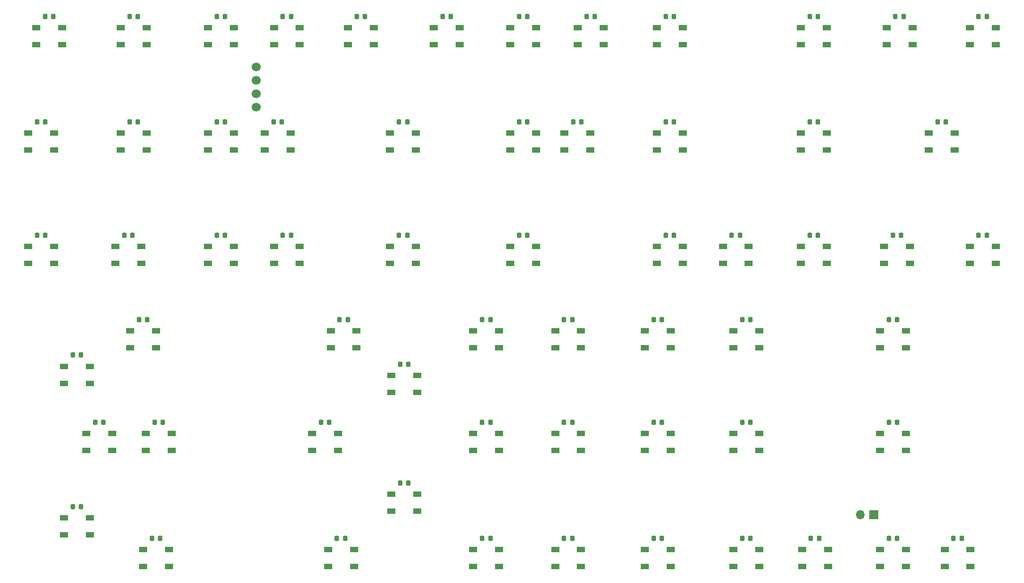
<source format=gts>
G04 #@! TF.GenerationSoftware,KiCad,Pcbnew,(6.0.6)*
G04 #@! TF.CreationDate,2023-02-02T00:20:54-07:00*
G04 #@! TF.ProjectId,Netflix and Chill LEDs,4e657466-6c69-4782-9061-6e6420436869,1*
G04 #@! TF.SameCoordinates,Original*
G04 #@! TF.FileFunction,Soldermask,Top*
G04 #@! TF.FilePolarity,Negative*
%FSLAX46Y46*%
G04 Gerber Fmt 4.6, Leading zero omitted, Abs format (unit mm)*
G04 Created by KiCad (PCBNEW (6.0.6)) date 2023-02-02 00:20:54*
%MOMM*%
%LPD*%
G01*
G04 APERTURE LIST*
G04 Aperture macros list*
%AMRoundRect*
0 Rectangle with rounded corners*
0 $1 Rounding radius*
0 $2 $3 $4 $5 $6 $7 $8 $9 X,Y pos of 4 corners*
0 Add a 4 corners polygon primitive as box body*
4,1,4,$2,$3,$4,$5,$6,$7,$8,$9,$2,$3,0*
0 Add four circle primitives for the rounded corners*
1,1,$1+$1,$2,$3*
1,1,$1+$1,$4,$5*
1,1,$1+$1,$6,$7*
1,1,$1+$1,$8,$9*
0 Add four rect primitives between the rounded corners*
20,1,$1+$1,$2,$3,$4,$5,0*
20,1,$1+$1,$4,$5,$6,$7,0*
20,1,$1+$1,$6,$7,$8,$9,0*
20,1,$1+$1,$8,$9,$2,$3,0*%
G04 Aperture macros list end*
%ADD10R,1.500000X1.000000*%
%ADD11RoundRect,0.225000X0.225000X0.250000X-0.225000X0.250000X-0.225000X-0.250000X0.225000X-0.250000X0*%
%ADD12C,1.700000*%
%ADD13R,1.700000X1.700000*%
%ADD14O,1.700000X1.700000*%
G04 APERTURE END LIST*
D10*
X80300000Y-117900000D03*
X80300000Y-121100000D03*
X85200000Y-121100000D03*
X85200000Y-117900000D03*
D11*
X130025000Y-127250000D03*
X128475000Y-127250000D03*
X83525000Y-115750000D03*
X81975000Y-115750000D03*
X231775000Y-58750000D03*
X230225000Y-58750000D03*
D10*
X149300000Y-82400000D03*
X149300000Y-85600000D03*
X154200000Y-85600000D03*
X154200000Y-82400000D03*
X104550000Y-82400000D03*
X104550000Y-85600000D03*
X109450000Y-85600000D03*
X109450000Y-82400000D03*
X64800000Y-133900000D03*
X64800000Y-137100000D03*
X69700000Y-137100000D03*
X69700000Y-133900000D03*
D11*
X106025000Y-58750000D03*
X104475000Y-58750000D03*
D10*
X177050000Y-40900000D03*
X177050000Y-44100000D03*
X181950000Y-44100000D03*
X181950000Y-40900000D03*
D11*
X95275000Y-58750000D03*
X93725000Y-58750000D03*
X83025000Y-137750000D03*
X81475000Y-137750000D03*
D10*
X126800000Y-106900000D03*
X126800000Y-110100000D03*
X131700000Y-110100000D03*
X131700000Y-106900000D03*
X75550000Y-60900000D03*
X75550000Y-64100000D03*
X80450000Y-64100000D03*
X80450000Y-60900000D03*
D11*
X178025000Y-96250000D03*
X176475000Y-96250000D03*
D10*
X149300000Y-40900000D03*
X149300000Y-44100000D03*
X154200000Y-44100000D03*
X154200000Y-40900000D03*
D11*
X178025000Y-115750000D03*
X176475000Y-115750000D03*
D10*
X58050000Y-60900000D03*
X58050000Y-64100000D03*
X62950000Y-64100000D03*
X62950000Y-60900000D03*
X142300000Y-139900000D03*
X142300000Y-143100000D03*
X147200000Y-143100000D03*
X147200000Y-139900000D03*
X102800000Y-60900000D03*
X102800000Y-64100000D03*
X107700000Y-64100000D03*
X107700000Y-60900000D03*
X204300000Y-82400000D03*
X204300000Y-85600000D03*
X209200000Y-85600000D03*
X209200000Y-82400000D03*
D11*
X95275000Y-38750000D03*
X93725000Y-38750000D03*
D10*
X58050000Y-82400000D03*
X58050000Y-85600000D03*
X62950000Y-85600000D03*
X62950000Y-82400000D03*
D11*
X129775000Y-80250000D03*
X128225000Y-80250000D03*
X107775000Y-38750000D03*
X106225000Y-38750000D03*
X152525000Y-58750000D03*
X150975000Y-58750000D03*
X161025000Y-137750000D03*
X159475000Y-137750000D03*
X223775000Y-38750000D03*
X222225000Y-38750000D03*
X223275000Y-80250000D03*
X221725000Y-80250000D03*
D10*
X75550000Y-40900000D03*
X75550000Y-44100000D03*
X80450000Y-44100000D03*
X80450000Y-40900000D03*
X126800000Y-129400000D03*
X126800000Y-132600000D03*
X131700000Y-132600000D03*
X131700000Y-129400000D03*
D11*
X130025000Y-104750000D03*
X128475000Y-104750000D03*
X138025000Y-38750000D03*
X136475000Y-38750000D03*
D10*
X149300000Y-60900000D03*
X149300000Y-64100000D03*
X154200000Y-64100000D03*
X154200000Y-60900000D03*
X111800000Y-117900000D03*
X111800000Y-121100000D03*
X116700000Y-121100000D03*
X116700000Y-117900000D03*
X231550000Y-139900000D03*
X231550000Y-143100000D03*
X236450000Y-143100000D03*
X236450000Y-139900000D03*
X74550000Y-82400000D03*
X74550000Y-85600000D03*
X79450000Y-85600000D03*
X79450000Y-82400000D03*
X219300000Y-117900000D03*
X219300000Y-121100000D03*
X224200000Y-121100000D03*
X224200000Y-117900000D03*
D11*
X180275000Y-58750000D03*
X178725000Y-58750000D03*
D10*
X115300000Y-98400000D03*
X115300000Y-101600000D03*
X120200000Y-101600000D03*
X120200000Y-98400000D03*
X134800000Y-40900000D03*
X134800000Y-44100000D03*
X139700000Y-44100000D03*
X139700000Y-40900000D03*
D11*
X68025000Y-131750000D03*
X66475000Y-131750000D03*
X145525000Y-137750000D03*
X143975000Y-137750000D03*
D10*
X174800000Y-117900000D03*
X174800000Y-121100000D03*
X179700000Y-121100000D03*
X179700000Y-117900000D03*
D11*
X161025000Y-96250000D03*
X159475000Y-96250000D03*
X77775000Y-80250000D03*
X76225000Y-80250000D03*
X207525000Y-58750000D03*
X205975000Y-58750000D03*
D10*
X189550000Y-82400000D03*
X189550000Y-85600000D03*
X194450000Y-85600000D03*
X194450000Y-82400000D03*
D11*
X72275000Y-115750000D03*
X70725000Y-115750000D03*
X207775000Y-137750000D03*
X206225000Y-137750000D03*
D10*
X157800000Y-139900000D03*
X157800000Y-143100000D03*
X162700000Y-143100000D03*
X162700000Y-139900000D03*
D11*
X145525000Y-96250000D03*
X143975000Y-96250000D03*
D10*
X236300000Y-40900000D03*
X236300000Y-44100000D03*
X241200000Y-44100000D03*
X241200000Y-40900000D03*
X114800000Y-139900000D03*
X114800000Y-143100000D03*
X119700000Y-143100000D03*
X119700000Y-139900000D03*
X59550000Y-40900000D03*
X59550000Y-44100000D03*
X64450000Y-44100000D03*
X64450000Y-40900000D03*
D11*
X62775000Y-38750000D03*
X61225000Y-38750000D03*
X118525000Y-96250000D03*
X116975000Y-96250000D03*
X107775000Y-80250000D03*
X106225000Y-80250000D03*
D10*
X142300000Y-117900000D03*
X142300000Y-121100000D03*
X147200000Y-121100000D03*
X147200000Y-117900000D03*
X219300000Y-98400000D03*
X219300000Y-101600000D03*
X224200000Y-101600000D03*
X224200000Y-98400000D03*
X191550000Y-98400000D03*
X191550000Y-101600000D03*
X196450000Y-101600000D03*
X196450000Y-98400000D03*
D11*
X222525000Y-96250000D03*
X220975000Y-96250000D03*
D10*
X69050000Y-117900000D03*
X69050000Y-121100000D03*
X73950000Y-121100000D03*
X73950000Y-117900000D03*
D11*
X68025000Y-103000000D03*
X66475000Y-103000000D03*
D10*
X126550000Y-60900000D03*
X126550000Y-64100000D03*
X131450000Y-64100000D03*
X131450000Y-60900000D03*
X157800000Y-117900000D03*
X157800000Y-121100000D03*
X162700000Y-121100000D03*
X162700000Y-117900000D03*
D11*
X161025000Y-115750000D03*
X159475000Y-115750000D03*
D10*
X92050000Y-40900000D03*
X92050000Y-44100000D03*
X96950000Y-44100000D03*
X96950000Y-40900000D03*
D11*
X207525000Y-80250000D03*
X205975000Y-80250000D03*
X129775000Y-58750000D03*
X128225000Y-58750000D03*
D10*
X77300000Y-98400000D03*
X77300000Y-101600000D03*
X82200000Y-101600000D03*
X82200000Y-98400000D03*
X204300000Y-60900000D03*
X204300000Y-64100000D03*
X209200000Y-64100000D03*
X209200000Y-60900000D03*
D11*
X115025000Y-115750000D03*
X113475000Y-115750000D03*
X152525000Y-80250000D03*
X150975000Y-80250000D03*
D10*
X177050000Y-60900000D03*
X177050000Y-64100000D03*
X181950000Y-64100000D03*
X181950000Y-60900000D03*
D11*
X178025000Y-137750000D03*
X176475000Y-137750000D03*
X78775000Y-38750000D03*
X77225000Y-38750000D03*
D10*
X104550000Y-40900000D03*
X104550000Y-44100000D03*
X109450000Y-44100000D03*
X109450000Y-40900000D03*
D11*
X234775000Y-137750000D03*
X233225000Y-137750000D03*
D10*
X118550000Y-40900000D03*
X118550000Y-44100000D03*
X123450000Y-44100000D03*
X123450000Y-40900000D03*
D11*
X194775000Y-96250000D03*
X193225000Y-96250000D03*
D10*
X92050000Y-60900000D03*
X92050000Y-64100000D03*
X96950000Y-64100000D03*
X96950000Y-60900000D03*
D11*
X207525000Y-38750000D03*
X205975000Y-38750000D03*
X222525000Y-115750000D03*
X220975000Y-115750000D03*
X152525000Y-38750000D03*
X150975000Y-38750000D03*
D10*
X228550000Y-60900000D03*
X228550000Y-64100000D03*
X233450000Y-64100000D03*
X233450000Y-60900000D03*
D11*
X95275000Y-80250000D03*
X93725000Y-80250000D03*
X121775000Y-38750000D03*
X120225000Y-38750000D03*
X118025000Y-137750000D03*
X116475000Y-137750000D03*
X165275000Y-38750000D03*
X163725000Y-38750000D03*
D10*
X126550000Y-82400000D03*
X126550000Y-85600000D03*
X131450000Y-85600000D03*
X131450000Y-82400000D03*
X191550000Y-117900000D03*
X191550000Y-121100000D03*
X196450000Y-121100000D03*
X196450000Y-117900000D03*
D11*
X78775000Y-58750000D03*
X77225000Y-58750000D03*
D10*
X162050000Y-40900000D03*
X162050000Y-44100000D03*
X166950000Y-44100000D03*
X166950000Y-40900000D03*
D11*
X194775000Y-115750000D03*
X193225000Y-115750000D03*
X194775000Y-137750000D03*
X193225000Y-137750000D03*
D10*
X204550000Y-139900000D03*
X204550000Y-143100000D03*
X209450000Y-143100000D03*
X209450000Y-139900000D03*
D11*
X162775000Y-58750000D03*
X161225000Y-58750000D03*
X61275000Y-58750000D03*
X59725000Y-58750000D03*
D10*
X157800000Y-98400000D03*
X157800000Y-101600000D03*
X162700000Y-101600000D03*
X162700000Y-98400000D03*
X219300000Y-139900000D03*
X219300000Y-143100000D03*
X224200000Y-143100000D03*
X224200000Y-139900000D03*
X177050000Y-82400000D03*
X177050000Y-85600000D03*
X181950000Y-85600000D03*
X181950000Y-82400000D03*
X191550000Y-139900000D03*
X191550000Y-143100000D03*
X196450000Y-143100000D03*
X196450000Y-139900000D03*
D11*
X180275000Y-80250000D03*
X178725000Y-80250000D03*
D10*
X220050000Y-82400000D03*
X220050000Y-85600000D03*
X224950000Y-85600000D03*
X224950000Y-82400000D03*
D11*
X61275000Y-80250000D03*
X59725000Y-80250000D03*
D10*
X159550000Y-60900000D03*
X159550000Y-64100000D03*
X164450000Y-64100000D03*
X164450000Y-60900000D03*
X236300000Y-82400000D03*
X236300000Y-85600000D03*
X241200000Y-85600000D03*
X241200000Y-82400000D03*
X142300000Y-98400000D03*
X142300000Y-101600000D03*
X147200000Y-101600000D03*
X147200000Y-98400000D03*
D11*
X80525000Y-96250000D03*
X78975000Y-96250000D03*
X239525000Y-80250000D03*
X237975000Y-80250000D03*
D10*
X64800000Y-105150000D03*
X64800000Y-108350000D03*
X69700000Y-108350000D03*
X69700000Y-105150000D03*
D11*
X222525000Y-137750000D03*
X220975000Y-137750000D03*
D10*
X204300000Y-40900000D03*
X204300000Y-44100000D03*
X209200000Y-44100000D03*
X209200000Y-40900000D03*
X174800000Y-139900000D03*
X174800000Y-143100000D03*
X179700000Y-143100000D03*
X179700000Y-139900000D03*
D11*
X145525000Y-115750000D03*
X143975000Y-115750000D03*
D10*
X79800000Y-139900000D03*
X79800000Y-143100000D03*
X84700000Y-143100000D03*
X84700000Y-139900000D03*
D11*
X192775000Y-80250000D03*
X191225000Y-80250000D03*
X239525000Y-38750000D03*
X237975000Y-38750000D03*
D10*
X220550000Y-40900000D03*
X220550000Y-44100000D03*
X225450000Y-44100000D03*
X225450000Y-40900000D03*
X174800000Y-98400000D03*
X174800000Y-101600000D03*
X179700000Y-101600000D03*
X179700000Y-98400000D03*
D11*
X180275000Y-38750000D03*
X178725000Y-38750000D03*
D10*
X92050000Y-82400000D03*
X92050000Y-85600000D03*
X96950000Y-85600000D03*
X96950000Y-82400000D03*
D12*
X101200000Y-48400000D03*
X101200000Y-50940000D03*
X101200000Y-53480000D03*
X101200000Y-56020000D03*
D13*
X218100000Y-133300000D03*
D14*
X215560000Y-133300000D03*
M02*

</source>
